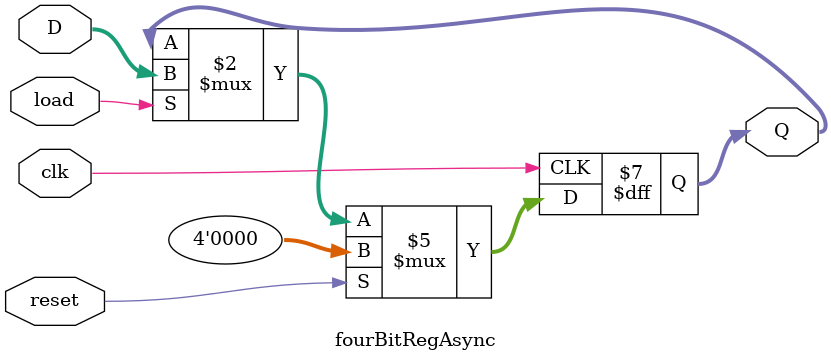
<source format=v>
module fourBitRegAsync(
    input wire clk,
    input wire reset,
    input wire load,
    input wire [3:0] D,
    output reg [3:0] Q
    );
    always @(posedge clk)
        begin
            if(reset)
                    Q <= 0;
            else if (load)
                    Q <= D;
        end
endmodule

</source>
